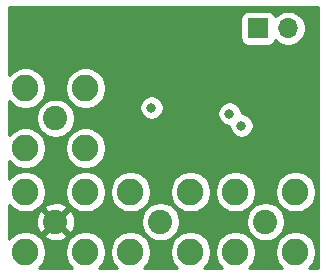
<source format=gbr>
%TF.GenerationSoftware,KiCad,Pcbnew,(5.1.6)-1*%
%TF.CreationDate,2020-09-06T17:04:42-07:00*%
%TF.ProjectId,frontendtest,66726f6e-7465-46e6-9474-6573742e6b69,rev?*%
%TF.SameCoordinates,Original*%
%TF.FileFunction,Copper,L4,Bot*%
%TF.FilePolarity,Positive*%
%FSLAX46Y46*%
G04 Gerber Fmt 4.6, Leading zero omitted, Abs format (unit mm)*
G04 Created by KiCad (PCBNEW (5.1.6)-1) date 2020-09-06 17:04:42*
%MOMM*%
%LPD*%
G01*
G04 APERTURE LIST*
%TA.AperFunction,ComponentPad*%
%ADD10C,2.250000*%
%TD*%
%TA.AperFunction,ComponentPad*%
%ADD11C,2.050000*%
%TD*%
%TA.AperFunction,ComponentPad*%
%ADD12O,1.700000X1.700000*%
%TD*%
%TA.AperFunction,ComponentPad*%
%ADD13R,1.700000X1.700000*%
%TD*%
%TA.AperFunction,ViaPad*%
%ADD14C,0.800000*%
%TD*%
%TA.AperFunction,Conductor*%
%ADD15C,0.254000*%
%TD*%
G04 APERTURE END LIST*
D10*
%TO.P,J5,2*%
%TO.N,GND*%
X82550000Y-130048000D03*
X82550000Y-124968000D03*
X87630000Y-124968000D03*
X87630000Y-130048000D03*
D11*
%TO.P,J5,1*%
%TO.N,Net-(1M1-Pad1)*%
X85090000Y-127508000D03*
%TD*%
D12*
%TO.P,J2,2*%
%TO.N,GND*%
X95885000Y-111125000D03*
D13*
%TO.P,J2,1*%
%TO.N,+10V*%
X93345000Y-111125000D03*
%TD*%
D10*
%TO.P,J4,2*%
%TO.N,GND*%
X91440000Y-130048000D03*
X91440000Y-124968000D03*
X96520000Y-124968000D03*
X96520000Y-130048000D03*
D11*
%TO.P,J4,1*%
%TO.N,Net-(100k1-Pad1)*%
X93980000Y-127508000D03*
%TD*%
D10*
%TO.P,J3,2*%
%TO.N,GND*%
X73660000Y-130048000D03*
X73660000Y-124968000D03*
X78740000Y-124968000D03*
X78740000Y-130048000D03*
D11*
%TO.P,J3,1*%
%TO.N,Net-(J3-Pad1)*%
X76200000Y-127508000D03*
%TD*%
D10*
%TO.P,J1,2*%
%TO.N,GND*%
X73660000Y-121285000D03*
X73660000Y-116205000D03*
X78740000Y-116205000D03*
X78740000Y-121285000D03*
D11*
%TO.P,J1,1*%
%TO.N,Net-(1M1-Pad2)*%
X76200000Y-118745000D03*
%TD*%
D14*
%TO.N,GND*%
X91948000Y-119380000D03*
%TO.N,+10V*%
X84328000Y-117856000D03*
X90932000Y-118364000D03*
%TD*%
D15*
%TO.N,Net-(J3-Pad1)*%
G36*
X98400001Y-131420000D02*
G01*
X97634573Y-131420000D01*
X97641935Y-131415081D01*
X97887081Y-131169935D01*
X98079692Y-130881673D01*
X98212364Y-130561373D01*
X98280000Y-130221345D01*
X98280000Y-129874655D01*
X98212364Y-129534627D01*
X98079692Y-129214327D01*
X97887081Y-128926065D01*
X97641935Y-128680919D01*
X97353673Y-128488308D01*
X97033373Y-128355636D01*
X96693345Y-128288000D01*
X96346655Y-128288000D01*
X96006627Y-128355636D01*
X95686327Y-128488308D01*
X95398065Y-128680919D01*
X95152919Y-128926065D01*
X94960308Y-129214327D01*
X94827636Y-129534627D01*
X94760000Y-129874655D01*
X94760000Y-130221345D01*
X94827636Y-130561373D01*
X94960308Y-130881673D01*
X95152919Y-131169935D01*
X95398065Y-131415081D01*
X95405427Y-131420000D01*
X92554573Y-131420000D01*
X92561935Y-131415081D01*
X92807081Y-131169935D01*
X92999692Y-130881673D01*
X93132364Y-130561373D01*
X93200000Y-130221345D01*
X93200000Y-129874655D01*
X93132364Y-129534627D01*
X92999692Y-129214327D01*
X92807081Y-128926065D01*
X92561935Y-128680919D01*
X92273673Y-128488308D01*
X91953373Y-128355636D01*
X91613345Y-128288000D01*
X91266655Y-128288000D01*
X90926627Y-128355636D01*
X90606327Y-128488308D01*
X90318065Y-128680919D01*
X90072919Y-128926065D01*
X89880308Y-129214327D01*
X89747636Y-129534627D01*
X89680000Y-129874655D01*
X89680000Y-130221345D01*
X89747636Y-130561373D01*
X89880308Y-130881673D01*
X90072919Y-131169935D01*
X90318065Y-131415081D01*
X90325427Y-131420000D01*
X88744573Y-131420000D01*
X88751935Y-131415081D01*
X88997081Y-131169935D01*
X89189692Y-130881673D01*
X89322364Y-130561373D01*
X89390000Y-130221345D01*
X89390000Y-129874655D01*
X89322364Y-129534627D01*
X89189692Y-129214327D01*
X88997081Y-128926065D01*
X88751935Y-128680919D01*
X88463673Y-128488308D01*
X88143373Y-128355636D01*
X87803345Y-128288000D01*
X87456655Y-128288000D01*
X87116627Y-128355636D01*
X86796327Y-128488308D01*
X86508065Y-128680919D01*
X86262919Y-128926065D01*
X86070308Y-129214327D01*
X85937636Y-129534627D01*
X85870000Y-129874655D01*
X85870000Y-130221345D01*
X85937636Y-130561373D01*
X86070308Y-130881673D01*
X86262919Y-131169935D01*
X86508065Y-131415081D01*
X86515427Y-131420000D01*
X83664573Y-131420000D01*
X83671935Y-131415081D01*
X83917081Y-131169935D01*
X84109692Y-130881673D01*
X84242364Y-130561373D01*
X84310000Y-130221345D01*
X84310000Y-129874655D01*
X84242364Y-129534627D01*
X84109692Y-129214327D01*
X83917081Y-128926065D01*
X83671935Y-128680919D01*
X83383673Y-128488308D01*
X83063373Y-128355636D01*
X82723345Y-128288000D01*
X82376655Y-128288000D01*
X82036627Y-128355636D01*
X81716327Y-128488308D01*
X81428065Y-128680919D01*
X81182919Y-128926065D01*
X80990308Y-129214327D01*
X80857636Y-129534627D01*
X80790000Y-129874655D01*
X80790000Y-130221345D01*
X80857636Y-130561373D01*
X80990308Y-130881673D01*
X81182919Y-131169935D01*
X81428065Y-131415081D01*
X81435427Y-131420000D01*
X79854573Y-131420000D01*
X79861935Y-131415081D01*
X80107081Y-131169935D01*
X80299692Y-130881673D01*
X80432364Y-130561373D01*
X80500000Y-130221345D01*
X80500000Y-129874655D01*
X80432364Y-129534627D01*
X80299692Y-129214327D01*
X80107081Y-128926065D01*
X79861935Y-128680919D01*
X79573673Y-128488308D01*
X79253373Y-128355636D01*
X78913345Y-128288000D01*
X78566655Y-128288000D01*
X78226627Y-128355636D01*
X77906327Y-128488308D01*
X77618065Y-128680919D01*
X77372919Y-128926065D01*
X77180308Y-129214327D01*
X77047636Y-129534627D01*
X76980000Y-129874655D01*
X76980000Y-130221345D01*
X77047636Y-130561373D01*
X77180308Y-130881673D01*
X77372919Y-131169935D01*
X77618065Y-131415081D01*
X77625427Y-131420000D01*
X74774573Y-131420000D01*
X74781935Y-131415081D01*
X75027081Y-131169935D01*
X75219692Y-130881673D01*
X75352364Y-130561373D01*
X75420000Y-130221345D01*
X75420000Y-129874655D01*
X75352364Y-129534627D01*
X75219692Y-129214327D01*
X75027081Y-128926065D01*
X74781935Y-128680919D01*
X74752485Y-128661241D01*
X75226364Y-128661241D01*
X75325147Y-128928198D01*
X75619024Y-129071584D01*
X75935227Y-129154884D01*
X76261606Y-129174894D01*
X76585617Y-129130846D01*
X76894809Y-129024434D01*
X77074853Y-128928198D01*
X77173636Y-128661241D01*
X76200000Y-127687605D01*
X75226364Y-128661241D01*
X74752485Y-128661241D01*
X74493673Y-128488308D01*
X74173373Y-128355636D01*
X73833345Y-128288000D01*
X73486655Y-128288000D01*
X73146627Y-128355636D01*
X72826327Y-128488308D01*
X72538065Y-128680919D01*
X72292919Y-128926065D01*
X72288000Y-128933427D01*
X72288000Y-127569606D01*
X74533106Y-127569606D01*
X74577154Y-127893617D01*
X74683566Y-128202809D01*
X74779802Y-128382853D01*
X75046759Y-128481636D01*
X76020395Y-127508000D01*
X76379605Y-127508000D01*
X77353241Y-128481636D01*
X77620198Y-128382853D01*
X77763584Y-128088976D01*
X77846884Y-127772773D01*
X77866894Y-127446394D01*
X77853043Y-127344504D01*
X83430000Y-127344504D01*
X83430000Y-127671496D01*
X83493793Y-127992204D01*
X83618927Y-128294305D01*
X83800594Y-128566188D01*
X84031812Y-128797406D01*
X84303695Y-128979073D01*
X84605796Y-129104207D01*
X84926504Y-129168000D01*
X85253496Y-129168000D01*
X85574204Y-129104207D01*
X85876305Y-128979073D01*
X86148188Y-128797406D01*
X86379406Y-128566188D01*
X86561073Y-128294305D01*
X86686207Y-127992204D01*
X86750000Y-127671496D01*
X86750000Y-127344504D01*
X92320000Y-127344504D01*
X92320000Y-127671496D01*
X92383793Y-127992204D01*
X92508927Y-128294305D01*
X92690594Y-128566188D01*
X92921812Y-128797406D01*
X93193695Y-128979073D01*
X93495796Y-129104207D01*
X93816504Y-129168000D01*
X94143496Y-129168000D01*
X94464204Y-129104207D01*
X94766305Y-128979073D01*
X95038188Y-128797406D01*
X95269406Y-128566188D01*
X95451073Y-128294305D01*
X95576207Y-127992204D01*
X95640000Y-127671496D01*
X95640000Y-127344504D01*
X95576207Y-127023796D01*
X95451073Y-126721695D01*
X95269406Y-126449812D01*
X95038188Y-126218594D01*
X94766305Y-126036927D01*
X94464204Y-125911793D01*
X94143496Y-125848000D01*
X93816504Y-125848000D01*
X93495796Y-125911793D01*
X93193695Y-126036927D01*
X92921812Y-126218594D01*
X92690594Y-126449812D01*
X92508927Y-126721695D01*
X92383793Y-127023796D01*
X92320000Y-127344504D01*
X86750000Y-127344504D01*
X86686207Y-127023796D01*
X86561073Y-126721695D01*
X86379406Y-126449812D01*
X86148188Y-126218594D01*
X85876305Y-126036927D01*
X85574204Y-125911793D01*
X85253496Y-125848000D01*
X84926504Y-125848000D01*
X84605796Y-125911793D01*
X84303695Y-126036927D01*
X84031812Y-126218594D01*
X83800594Y-126449812D01*
X83618927Y-126721695D01*
X83493793Y-127023796D01*
X83430000Y-127344504D01*
X77853043Y-127344504D01*
X77822846Y-127122383D01*
X77716434Y-126813191D01*
X77620198Y-126633147D01*
X77353241Y-126534364D01*
X76379605Y-127508000D01*
X76020395Y-127508000D01*
X75046759Y-126534364D01*
X74779802Y-126633147D01*
X74636416Y-126927024D01*
X74553116Y-127243227D01*
X74533106Y-127569606D01*
X72288000Y-127569606D01*
X72288000Y-126082573D01*
X72292919Y-126089935D01*
X72538065Y-126335081D01*
X72826327Y-126527692D01*
X73146627Y-126660364D01*
X73486655Y-126728000D01*
X73833345Y-126728000D01*
X74173373Y-126660364D01*
X74493673Y-126527692D01*
X74752484Y-126354759D01*
X75226364Y-126354759D01*
X76200000Y-127328395D01*
X77173636Y-126354759D01*
X77074853Y-126087802D01*
X76780976Y-125944416D01*
X76464773Y-125861116D01*
X76138394Y-125841106D01*
X75814383Y-125885154D01*
X75505191Y-125991566D01*
X75325147Y-126087802D01*
X75226364Y-126354759D01*
X74752484Y-126354759D01*
X74781935Y-126335081D01*
X75027081Y-126089935D01*
X75219692Y-125801673D01*
X75352364Y-125481373D01*
X75420000Y-125141345D01*
X75420000Y-124794655D01*
X76980000Y-124794655D01*
X76980000Y-125141345D01*
X77047636Y-125481373D01*
X77180308Y-125801673D01*
X77372919Y-126089935D01*
X77618065Y-126335081D01*
X77906327Y-126527692D01*
X78226627Y-126660364D01*
X78566655Y-126728000D01*
X78913345Y-126728000D01*
X79253373Y-126660364D01*
X79573673Y-126527692D01*
X79861935Y-126335081D01*
X80107081Y-126089935D01*
X80299692Y-125801673D01*
X80432364Y-125481373D01*
X80500000Y-125141345D01*
X80500000Y-124794655D01*
X80790000Y-124794655D01*
X80790000Y-125141345D01*
X80857636Y-125481373D01*
X80990308Y-125801673D01*
X81182919Y-126089935D01*
X81428065Y-126335081D01*
X81716327Y-126527692D01*
X82036627Y-126660364D01*
X82376655Y-126728000D01*
X82723345Y-126728000D01*
X83063373Y-126660364D01*
X83383673Y-126527692D01*
X83671935Y-126335081D01*
X83917081Y-126089935D01*
X84109692Y-125801673D01*
X84242364Y-125481373D01*
X84310000Y-125141345D01*
X84310000Y-124794655D01*
X85870000Y-124794655D01*
X85870000Y-125141345D01*
X85937636Y-125481373D01*
X86070308Y-125801673D01*
X86262919Y-126089935D01*
X86508065Y-126335081D01*
X86796327Y-126527692D01*
X87116627Y-126660364D01*
X87456655Y-126728000D01*
X87803345Y-126728000D01*
X88143373Y-126660364D01*
X88463673Y-126527692D01*
X88751935Y-126335081D01*
X88997081Y-126089935D01*
X89189692Y-125801673D01*
X89322364Y-125481373D01*
X89390000Y-125141345D01*
X89390000Y-124794655D01*
X89680000Y-124794655D01*
X89680000Y-125141345D01*
X89747636Y-125481373D01*
X89880308Y-125801673D01*
X90072919Y-126089935D01*
X90318065Y-126335081D01*
X90606327Y-126527692D01*
X90926627Y-126660364D01*
X91266655Y-126728000D01*
X91613345Y-126728000D01*
X91953373Y-126660364D01*
X92273673Y-126527692D01*
X92561935Y-126335081D01*
X92807081Y-126089935D01*
X92999692Y-125801673D01*
X93132364Y-125481373D01*
X93200000Y-125141345D01*
X93200000Y-124794655D01*
X94760000Y-124794655D01*
X94760000Y-125141345D01*
X94827636Y-125481373D01*
X94960308Y-125801673D01*
X95152919Y-126089935D01*
X95398065Y-126335081D01*
X95686327Y-126527692D01*
X96006627Y-126660364D01*
X96346655Y-126728000D01*
X96693345Y-126728000D01*
X97033373Y-126660364D01*
X97353673Y-126527692D01*
X97641935Y-126335081D01*
X97887081Y-126089935D01*
X98079692Y-125801673D01*
X98212364Y-125481373D01*
X98280000Y-125141345D01*
X98280000Y-124794655D01*
X98212364Y-124454627D01*
X98079692Y-124134327D01*
X97887081Y-123846065D01*
X97641935Y-123600919D01*
X97353673Y-123408308D01*
X97033373Y-123275636D01*
X96693345Y-123208000D01*
X96346655Y-123208000D01*
X96006627Y-123275636D01*
X95686327Y-123408308D01*
X95398065Y-123600919D01*
X95152919Y-123846065D01*
X94960308Y-124134327D01*
X94827636Y-124454627D01*
X94760000Y-124794655D01*
X93200000Y-124794655D01*
X93132364Y-124454627D01*
X92999692Y-124134327D01*
X92807081Y-123846065D01*
X92561935Y-123600919D01*
X92273673Y-123408308D01*
X91953373Y-123275636D01*
X91613345Y-123208000D01*
X91266655Y-123208000D01*
X90926627Y-123275636D01*
X90606327Y-123408308D01*
X90318065Y-123600919D01*
X90072919Y-123846065D01*
X89880308Y-124134327D01*
X89747636Y-124454627D01*
X89680000Y-124794655D01*
X89390000Y-124794655D01*
X89322364Y-124454627D01*
X89189692Y-124134327D01*
X88997081Y-123846065D01*
X88751935Y-123600919D01*
X88463673Y-123408308D01*
X88143373Y-123275636D01*
X87803345Y-123208000D01*
X87456655Y-123208000D01*
X87116627Y-123275636D01*
X86796327Y-123408308D01*
X86508065Y-123600919D01*
X86262919Y-123846065D01*
X86070308Y-124134327D01*
X85937636Y-124454627D01*
X85870000Y-124794655D01*
X84310000Y-124794655D01*
X84242364Y-124454627D01*
X84109692Y-124134327D01*
X83917081Y-123846065D01*
X83671935Y-123600919D01*
X83383673Y-123408308D01*
X83063373Y-123275636D01*
X82723345Y-123208000D01*
X82376655Y-123208000D01*
X82036627Y-123275636D01*
X81716327Y-123408308D01*
X81428065Y-123600919D01*
X81182919Y-123846065D01*
X80990308Y-124134327D01*
X80857636Y-124454627D01*
X80790000Y-124794655D01*
X80500000Y-124794655D01*
X80432364Y-124454627D01*
X80299692Y-124134327D01*
X80107081Y-123846065D01*
X79861935Y-123600919D01*
X79573673Y-123408308D01*
X79253373Y-123275636D01*
X78913345Y-123208000D01*
X78566655Y-123208000D01*
X78226627Y-123275636D01*
X77906327Y-123408308D01*
X77618065Y-123600919D01*
X77372919Y-123846065D01*
X77180308Y-124134327D01*
X77047636Y-124454627D01*
X76980000Y-124794655D01*
X75420000Y-124794655D01*
X75352364Y-124454627D01*
X75219692Y-124134327D01*
X75027081Y-123846065D01*
X74781935Y-123600919D01*
X74493673Y-123408308D01*
X74173373Y-123275636D01*
X73833345Y-123208000D01*
X73486655Y-123208000D01*
X73146627Y-123275636D01*
X72826327Y-123408308D01*
X72538065Y-123600919D01*
X72292919Y-123846065D01*
X72288000Y-123853427D01*
X72288000Y-122399573D01*
X72292919Y-122406935D01*
X72538065Y-122652081D01*
X72826327Y-122844692D01*
X73146627Y-122977364D01*
X73486655Y-123045000D01*
X73833345Y-123045000D01*
X74173373Y-122977364D01*
X74493673Y-122844692D01*
X74781935Y-122652081D01*
X75027081Y-122406935D01*
X75219692Y-122118673D01*
X75352364Y-121798373D01*
X75420000Y-121458345D01*
X75420000Y-121111655D01*
X76980000Y-121111655D01*
X76980000Y-121458345D01*
X77047636Y-121798373D01*
X77180308Y-122118673D01*
X77372919Y-122406935D01*
X77618065Y-122652081D01*
X77906327Y-122844692D01*
X78226627Y-122977364D01*
X78566655Y-123045000D01*
X78913345Y-123045000D01*
X79253373Y-122977364D01*
X79573673Y-122844692D01*
X79861935Y-122652081D01*
X80107081Y-122406935D01*
X80299692Y-122118673D01*
X80432364Y-121798373D01*
X80500000Y-121458345D01*
X80500000Y-121111655D01*
X80432364Y-120771627D01*
X80299692Y-120451327D01*
X80107081Y-120163065D01*
X79861935Y-119917919D01*
X79573673Y-119725308D01*
X79253373Y-119592636D01*
X78913345Y-119525000D01*
X78566655Y-119525000D01*
X78226627Y-119592636D01*
X77906327Y-119725308D01*
X77618065Y-119917919D01*
X77372919Y-120163065D01*
X77180308Y-120451327D01*
X77047636Y-120771627D01*
X76980000Y-121111655D01*
X75420000Y-121111655D01*
X75352364Y-120771627D01*
X75219692Y-120451327D01*
X75027081Y-120163065D01*
X74781935Y-119917919D01*
X74493673Y-119725308D01*
X74173373Y-119592636D01*
X73833345Y-119525000D01*
X73486655Y-119525000D01*
X73146627Y-119592636D01*
X72826327Y-119725308D01*
X72538065Y-119917919D01*
X72292919Y-120163065D01*
X72288000Y-120170427D01*
X72288000Y-118581504D01*
X74540000Y-118581504D01*
X74540000Y-118908496D01*
X74603793Y-119229204D01*
X74728927Y-119531305D01*
X74910594Y-119803188D01*
X75141812Y-120034406D01*
X75413695Y-120216073D01*
X75715796Y-120341207D01*
X76036504Y-120405000D01*
X76363496Y-120405000D01*
X76684204Y-120341207D01*
X76986305Y-120216073D01*
X77258188Y-120034406D01*
X77489406Y-119803188D01*
X77671073Y-119531305D01*
X77796207Y-119229204D01*
X77860000Y-118908496D01*
X77860000Y-118581504D01*
X77796207Y-118260796D01*
X77671073Y-117958695D01*
X77489406Y-117686812D01*
X77258188Y-117455594D01*
X76986305Y-117273927D01*
X76684204Y-117148793D01*
X76363496Y-117085000D01*
X76036504Y-117085000D01*
X75715796Y-117148793D01*
X75413695Y-117273927D01*
X75141812Y-117455594D01*
X74910594Y-117686812D01*
X74728927Y-117958695D01*
X74603793Y-118260796D01*
X74540000Y-118581504D01*
X72288000Y-118581504D01*
X72288000Y-117319573D01*
X72292919Y-117326935D01*
X72538065Y-117572081D01*
X72826327Y-117764692D01*
X73146627Y-117897364D01*
X73486655Y-117965000D01*
X73833345Y-117965000D01*
X74173373Y-117897364D01*
X74493673Y-117764692D01*
X74781935Y-117572081D01*
X75027081Y-117326935D01*
X75219692Y-117038673D01*
X75352364Y-116718373D01*
X75420000Y-116378345D01*
X75420000Y-116031655D01*
X76980000Y-116031655D01*
X76980000Y-116378345D01*
X77047636Y-116718373D01*
X77180308Y-117038673D01*
X77372919Y-117326935D01*
X77618065Y-117572081D01*
X77906327Y-117764692D01*
X78226627Y-117897364D01*
X78566655Y-117965000D01*
X78913345Y-117965000D01*
X79253373Y-117897364D01*
X79573673Y-117764692D01*
X79589583Y-117754061D01*
X83293000Y-117754061D01*
X83293000Y-117957939D01*
X83332774Y-118157898D01*
X83410795Y-118346256D01*
X83524063Y-118515774D01*
X83668226Y-118659937D01*
X83837744Y-118773205D01*
X84026102Y-118851226D01*
X84226061Y-118891000D01*
X84429939Y-118891000D01*
X84629898Y-118851226D01*
X84818256Y-118773205D01*
X84987774Y-118659937D01*
X85131937Y-118515774D01*
X85245205Y-118346256D01*
X85280079Y-118262061D01*
X89897000Y-118262061D01*
X89897000Y-118465939D01*
X89936774Y-118665898D01*
X90014795Y-118854256D01*
X90128063Y-119023774D01*
X90272226Y-119167937D01*
X90441744Y-119281205D01*
X90630102Y-119359226D01*
X90830061Y-119399000D01*
X90913000Y-119399000D01*
X90913000Y-119481939D01*
X90952774Y-119681898D01*
X91030795Y-119870256D01*
X91144063Y-120039774D01*
X91288226Y-120183937D01*
X91457744Y-120297205D01*
X91646102Y-120375226D01*
X91846061Y-120415000D01*
X92049939Y-120415000D01*
X92249898Y-120375226D01*
X92438256Y-120297205D01*
X92607774Y-120183937D01*
X92751937Y-120039774D01*
X92865205Y-119870256D01*
X92943226Y-119681898D01*
X92983000Y-119481939D01*
X92983000Y-119278061D01*
X92943226Y-119078102D01*
X92865205Y-118889744D01*
X92751937Y-118720226D01*
X92607774Y-118576063D01*
X92438256Y-118462795D01*
X92249898Y-118384774D01*
X92049939Y-118345000D01*
X91967000Y-118345000D01*
X91967000Y-118262061D01*
X91927226Y-118062102D01*
X91849205Y-117873744D01*
X91735937Y-117704226D01*
X91591774Y-117560063D01*
X91422256Y-117446795D01*
X91233898Y-117368774D01*
X91033939Y-117329000D01*
X90830061Y-117329000D01*
X90630102Y-117368774D01*
X90441744Y-117446795D01*
X90272226Y-117560063D01*
X90128063Y-117704226D01*
X90014795Y-117873744D01*
X89936774Y-118062102D01*
X89897000Y-118262061D01*
X85280079Y-118262061D01*
X85323226Y-118157898D01*
X85363000Y-117957939D01*
X85363000Y-117754061D01*
X85323226Y-117554102D01*
X85245205Y-117365744D01*
X85131937Y-117196226D01*
X84987774Y-117052063D01*
X84818256Y-116938795D01*
X84629898Y-116860774D01*
X84429939Y-116821000D01*
X84226061Y-116821000D01*
X84026102Y-116860774D01*
X83837744Y-116938795D01*
X83668226Y-117052063D01*
X83524063Y-117196226D01*
X83410795Y-117365744D01*
X83332774Y-117554102D01*
X83293000Y-117754061D01*
X79589583Y-117754061D01*
X79861935Y-117572081D01*
X80107081Y-117326935D01*
X80299692Y-117038673D01*
X80432364Y-116718373D01*
X80500000Y-116378345D01*
X80500000Y-116031655D01*
X80432364Y-115691627D01*
X80299692Y-115371327D01*
X80107081Y-115083065D01*
X79861935Y-114837919D01*
X79573673Y-114645308D01*
X79253373Y-114512636D01*
X78913345Y-114445000D01*
X78566655Y-114445000D01*
X78226627Y-114512636D01*
X77906327Y-114645308D01*
X77618065Y-114837919D01*
X77372919Y-115083065D01*
X77180308Y-115371327D01*
X77047636Y-115691627D01*
X76980000Y-116031655D01*
X75420000Y-116031655D01*
X75352364Y-115691627D01*
X75219692Y-115371327D01*
X75027081Y-115083065D01*
X74781935Y-114837919D01*
X74493673Y-114645308D01*
X74173373Y-114512636D01*
X73833345Y-114445000D01*
X73486655Y-114445000D01*
X73146627Y-114512636D01*
X72826327Y-114645308D01*
X72538065Y-114837919D01*
X72292919Y-115083065D01*
X72288000Y-115090427D01*
X72288000Y-110275000D01*
X91856928Y-110275000D01*
X91856928Y-111975000D01*
X91869188Y-112099482D01*
X91905498Y-112219180D01*
X91964463Y-112329494D01*
X92043815Y-112426185D01*
X92140506Y-112505537D01*
X92250820Y-112564502D01*
X92370518Y-112600812D01*
X92495000Y-112613072D01*
X94195000Y-112613072D01*
X94319482Y-112600812D01*
X94439180Y-112564502D01*
X94549494Y-112505537D01*
X94646185Y-112426185D01*
X94725537Y-112329494D01*
X94784502Y-112219180D01*
X94806513Y-112146620D01*
X94938368Y-112278475D01*
X95181589Y-112440990D01*
X95451842Y-112552932D01*
X95738740Y-112610000D01*
X96031260Y-112610000D01*
X96318158Y-112552932D01*
X96588411Y-112440990D01*
X96831632Y-112278475D01*
X97038475Y-112071632D01*
X97200990Y-111828411D01*
X97312932Y-111558158D01*
X97370000Y-111271260D01*
X97370000Y-110978740D01*
X97312932Y-110691842D01*
X97200990Y-110421589D01*
X97038475Y-110178368D01*
X96831632Y-109971525D01*
X96588411Y-109809010D01*
X96318158Y-109697068D01*
X96031260Y-109640000D01*
X95738740Y-109640000D01*
X95451842Y-109697068D01*
X95181589Y-109809010D01*
X94938368Y-109971525D01*
X94806513Y-110103380D01*
X94784502Y-110030820D01*
X94725537Y-109920506D01*
X94646185Y-109823815D01*
X94549494Y-109744463D01*
X94439180Y-109685498D01*
X94319482Y-109649188D01*
X94195000Y-109636928D01*
X92495000Y-109636928D01*
X92370518Y-109649188D01*
X92250820Y-109685498D01*
X92140506Y-109744463D01*
X92043815Y-109823815D01*
X91964463Y-109920506D01*
X91905498Y-110030820D01*
X91869188Y-110150518D01*
X91856928Y-110275000D01*
X72288000Y-110275000D01*
X72288000Y-109372000D01*
X98400000Y-109372000D01*
X98400001Y-131420000D01*
G37*
X98400001Y-131420000D02*
X97634573Y-131420000D01*
X97641935Y-131415081D01*
X97887081Y-131169935D01*
X98079692Y-130881673D01*
X98212364Y-130561373D01*
X98280000Y-130221345D01*
X98280000Y-129874655D01*
X98212364Y-129534627D01*
X98079692Y-129214327D01*
X97887081Y-128926065D01*
X97641935Y-128680919D01*
X97353673Y-128488308D01*
X97033373Y-128355636D01*
X96693345Y-128288000D01*
X96346655Y-128288000D01*
X96006627Y-128355636D01*
X95686327Y-128488308D01*
X95398065Y-128680919D01*
X95152919Y-128926065D01*
X94960308Y-129214327D01*
X94827636Y-129534627D01*
X94760000Y-129874655D01*
X94760000Y-130221345D01*
X94827636Y-130561373D01*
X94960308Y-130881673D01*
X95152919Y-131169935D01*
X95398065Y-131415081D01*
X95405427Y-131420000D01*
X92554573Y-131420000D01*
X92561935Y-131415081D01*
X92807081Y-131169935D01*
X92999692Y-130881673D01*
X93132364Y-130561373D01*
X93200000Y-130221345D01*
X93200000Y-129874655D01*
X93132364Y-129534627D01*
X92999692Y-129214327D01*
X92807081Y-128926065D01*
X92561935Y-128680919D01*
X92273673Y-128488308D01*
X91953373Y-128355636D01*
X91613345Y-128288000D01*
X91266655Y-128288000D01*
X90926627Y-128355636D01*
X90606327Y-128488308D01*
X90318065Y-128680919D01*
X90072919Y-128926065D01*
X89880308Y-129214327D01*
X89747636Y-129534627D01*
X89680000Y-129874655D01*
X89680000Y-130221345D01*
X89747636Y-130561373D01*
X89880308Y-130881673D01*
X90072919Y-131169935D01*
X90318065Y-131415081D01*
X90325427Y-131420000D01*
X88744573Y-131420000D01*
X88751935Y-131415081D01*
X88997081Y-131169935D01*
X89189692Y-130881673D01*
X89322364Y-130561373D01*
X89390000Y-130221345D01*
X89390000Y-129874655D01*
X89322364Y-129534627D01*
X89189692Y-129214327D01*
X88997081Y-128926065D01*
X88751935Y-128680919D01*
X88463673Y-128488308D01*
X88143373Y-128355636D01*
X87803345Y-128288000D01*
X87456655Y-128288000D01*
X87116627Y-128355636D01*
X86796327Y-128488308D01*
X86508065Y-128680919D01*
X86262919Y-128926065D01*
X86070308Y-129214327D01*
X85937636Y-129534627D01*
X85870000Y-129874655D01*
X85870000Y-130221345D01*
X85937636Y-130561373D01*
X86070308Y-130881673D01*
X86262919Y-131169935D01*
X86508065Y-131415081D01*
X86515427Y-131420000D01*
X83664573Y-131420000D01*
X83671935Y-131415081D01*
X83917081Y-131169935D01*
X84109692Y-130881673D01*
X84242364Y-130561373D01*
X84310000Y-130221345D01*
X84310000Y-129874655D01*
X84242364Y-129534627D01*
X84109692Y-129214327D01*
X83917081Y-128926065D01*
X83671935Y-128680919D01*
X83383673Y-128488308D01*
X83063373Y-128355636D01*
X82723345Y-128288000D01*
X82376655Y-128288000D01*
X82036627Y-128355636D01*
X81716327Y-128488308D01*
X81428065Y-128680919D01*
X81182919Y-128926065D01*
X80990308Y-129214327D01*
X80857636Y-129534627D01*
X80790000Y-129874655D01*
X80790000Y-130221345D01*
X80857636Y-130561373D01*
X80990308Y-130881673D01*
X81182919Y-131169935D01*
X81428065Y-131415081D01*
X81435427Y-131420000D01*
X79854573Y-131420000D01*
X79861935Y-131415081D01*
X80107081Y-131169935D01*
X80299692Y-130881673D01*
X80432364Y-130561373D01*
X80500000Y-130221345D01*
X80500000Y-129874655D01*
X80432364Y-129534627D01*
X80299692Y-129214327D01*
X80107081Y-128926065D01*
X79861935Y-128680919D01*
X79573673Y-128488308D01*
X79253373Y-128355636D01*
X78913345Y-128288000D01*
X78566655Y-128288000D01*
X78226627Y-128355636D01*
X77906327Y-128488308D01*
X77618065Y-128680919D01*
X77372919Y-128926065D01*
X77180308Y-129214327D01*
X77047636Y-129534627D01*
X76980000Y-129874655D01*
X76980000Y-130221345D01*
X77047636Y-130561373D01*
X77180308Y-130881673D01*
X77372919Y-131169935D01*
X77618065Y-131415081D01*
X77625427Y-131420000D01*
X74774573Y-131420000D01*
X74781935Y-131415081D01*
X75027081Y-131169935D01*
X75219692Y-130881673D01*
X75352364Y-130561373D01*
X75420000Y-130221345D01*
X75420000Y-129874655D01*
X75352364Y-129534627D01*
X75219692Y-129214327D01*
X75027081Y-128926065D01*
X74781935Y-128680919D01*
X74752485Y-128661241D01*
X75226364Y-128661241D01*
X75325147Y-128928198D01*
X75619024Y-129071584D01*
X75935227Y-129154884D01*
X76261606Y-129174894D01*
X76585617Y-129130846D01*
X76894809Y-129024434D01*
X77074853Y-128928198D01*
X77173636Y-128661241D01*
X76200000Y-127687605D01*
X75226364Y-128661241D01*
X74752485Y-128661241D01*
X74493673Y-128488308D01*
X74173373Y-128355636D01*
X73833345Y-128288000D01*
X73486655Y-128288000D01*
X73146627Y-128355636D01*
X72826327Y-128488308D01*
X72538065Y-128680919D01*
X72292919Y-128926065D01*
X72288000Y-128933427D01*
X72288000Y-127569606D01*
X74533106Y-127569606D01*
X74577154Y-127893617D01*
X74683566Y-128202809D01*
X74779802Y-128382853D01*
X75046759Y-128481636D01*
X76020395Y-127508000D01*
X76379605Y-127508000D01*
X77353241Y-128481636D01*
X77620198Y-128382853D01*
X77763584Y-128088976D01*
X77846884Y-127772773D01*
X77866894Y-127446394D01*
X77853043Y-127344504D01*
X83430000Y-127344504D01*
X83430000Y-127671496D01*
X83493793Y-127992204D01*
X83618927Y-128294305D01*
X83800594Y-128566188D01*
X84031812Y-128797406D01*
X84303695Y-128979073D01*
X84605796Y-129104207D01*
X84926504Y-129168000D01*
X85253496Y-129168000D01*
X85574204Y-129104207D01*
X85876305Y-128979073D01*
X86148188Y-128797406D01*
X86379406Y-128566188D01*
X86561073Y-128294305D01*
X86686207Y-127992204D01*
X86750000Y-127671496D01*
X86750000Y-127344504D01*
X92320000Y-127344504D01*
X92320000Y-127671496D01*
X92383793Y-127992204D01*
X92508927Y-128294305D01*
X92690594Y-128566188D01*
X92921812Y-128797406D01*
X93193695Y-128979073D01*
X93495796Y-129104207D01*
X93816504Y-129168000D01*
X94143496Y-129168000D01*
X94464204Y-129104207D01*
X94766305Y-128979073D01*
X95038188Y-128797406D01*
X95269406Y-128566188D01*
X95451073Y-128294305D01*
X95576207Y-127992204D01*
X95640000Y-127671496D01*
X95640000Y-127344504D01*
X95576207Y-127023796D01*
X95451073Y-126721695D01*
X95269406Y-126449812D01*
X95038188Y-126218594D01*
X94766305Y-126036927D01*
X94464204Y-125911793D01*
X94143496Y-125848000D01*
X93816504Y-125848000D01*
X93495796Y-125911793D01*
X93193695Y-126036927D01*
X92921812Y-126218594D01*
X92690594Y-126449812D01*
X92508927Y-126721695D01*
X92383793Y-127023796D01*
X92320000Y-127344504D01*
X86750000Y-127344504D01*
X86686207Y-127023796D01*
X86561073Y-126721695D01*
X86379406Y-126449812D01*
X86148188Y-126218594D01*
X85876305Y-126036927D01*
X85574204Y-125911793D01*
X85253496Y-125848000D01*
X84926504Y-125848000D01*
X84605796Y-125911793D01*
X84303695Y-126036927D01*
X84031812Y-126218594D01*
X83800594Y-126449812D01*
X83618927Y-126721695D01*
X83493793Y-127023796D01*
X83430000Y-127344504D01*
X77853043Y-127344504D01*
X77822846Y-127122383D01*
X77716434Y-126813191D01*
X77620198Y-126633147D01*
X77353241Y-126534364D01*
X76379605Y-127508000D01*
X76020395Y-127508000D01*
X75046759Y-126534364D01*
X74779802Y-126633147D01*
X74636416Y-126927024D01*
X74553116Y-127243227D01*
X74533106Y-127569606D01*
X72288000Y-127569606D01*
X72288000Y-126082573D01*
X72292919Y-126089935D01*
X72538065Y-126335081D01*
X72826327Y-126527692D01*
X73146627Y-126660364D01*
X73486655Y-126728000D01*
X73833345Y-126728000D01*
X74173373Y-126660364D01*
X74493673Y-126527692D01*
X74752484Y-126354759D01*
X75226364Y-126354759D01*
X76200000Y-127328395D01*
X77173636Y-126354759D01*
X77074853Y-126087802D01*
X76780976Y-125944416D01*
X76464773Y-125861116D01*
X76138394Y-125841106D01*
X75814383Y-125885154D01*
X75505191Y-125991566D01*
X75325147Y-126087802D01*
X75226364Y-126354759D01*
X74752484Y-126354759D01*
X74781935Y-126335081D01*
X75027081Y-126089935D01*
X75219692Y-125801673D01*
X75352364Y-125481373D01*
X75420000Y-125141345D01*
X75420000Y-124794655D01*
X76980000Y-124794655D01*
X76980000Y-125141345D01*
X77047636Y-125481373D01*
X77180308Y-125801673D01*
X77372919Y-126089935D01*
X77618065Y-126335081D01*
X77906327Y-126527692D01*
X78226627Y-126660364D01*
X78566655Y-126728000D01*
X78913345Y-126728000D01*
X79253373Y-126660364D01*
X79573673Y-126527692D01*
X79861935Y-126335081D01*
X80107081Y-126089935D01*
X80299692Y-125801673D01*
X80432364Y-125481373D01*
X80500000Y-125141345D01*
X80500000Y-124794655D01*
X80790000Y-124794655D01*
X80790000Y-125141345D01*
X80857636Y-125481373D01*
X80990308Y-125801673D01*
X81182919Y-126089935D01*
X81428065Y-126335081D01*
X81716327Y-126527692D01*
X82036627Y-126660364D01*
X82376655Y-126728000D01*
X82723345Y-126728000D01*
X83063373Y-126660364D01*
X83383673Y-126527692D01*
X83671935Y-126335081D01*
X83917081Y-126089935D01*
X84109692Y-125801673D01*
X84242364Y-125481373D01*
X84310000Y-125141345D01*
X84310000Y-124794655D01*
X85870000Y-124794655D01*
X85870000Y-125141345D01*
X85937636Y-125481373D01*
X86070308Y-125801673D01*
X86262919Y-126089935D01*
X86508065Y-126335081D01*
X86796327Y-126527692D01*
X87116627Y-126660364D01*
X87456655Y-126728000D01*
X87803345Y-126728000D01*
X88143373Y-126660364D01*
X88463673Y-126527692D01*
X88751935Y-126335081D01*
X88997081Y-126089935D01*
X89189692Y-125801673D01*
X89322364Y-125481373D01*
X89390000Y-125141345D01*
X89390000Y-124794655D01*
X89680000Y-124794655D01*
X89680000Y-125141345D01*
X89747636Y-125481373D01*
X89880308Y-125801673D01*
X90072919Y-126089935D01*
X90318065Y-126335081D01*
X90606327Y-126527692D01*
X90926627Y-126660364D01*
X91266655Y-126728000D01*
X91613345Y-126728000D01*
X91953373Y-126660364D01*
X92273673Y-126527692D01*
X92561935Y-126335081D01*
X92807081Y-126089935D01*
X92999692Y-125801673D01*
X93132364Y-125481373D01*
X93200000Y-125141345D01*
X93200000Y-124794655D01*
X94760000Y-124794655D01*
X94760000Y-125141345D01*
X94827636Y-125481373D01*
X94960308Y-125801673D01*
X95152919Y-126089935D01*
X95398065Y-126335081D01*
X95686327Y-126527692D01*
X96006627Y-126660364D01*
X96346655Y-126728000D01*
X96693345Y-126728000D01*
X97033373Y-126660364D01*
X97353673Y-126527692D01*
X97641935Y-126335081D01*
X97887081Y-126089935D01*
X98079692Y-125801673D01*
X98212364Y-125481373D01*
X98280000Y-125141345D01*
X98280000Y-124794655D01*
X98212364Y-124454627D01*
X98079692Y-124134327D01*
X97887081Y-123846065D01*
X97641935Y-123600919D01*
X97353673Y-123408308D01*
X97033373Y-123275636D01*
X96693345Y-123208000D01*
X96346655Y-123208000D01*
X96006627Y-123275636D01*
X95686327Y-123408308D01*
X95398065Y-123600919D01*
X95152919Y-123846065D01*
X94960308Y-124134327D01*
X94827636Y-124454627D01*
X94760000Y-124794655D01*
X93200000Y-124794655D01*
X93132364Y-124454627D01*
X92999692Y-124134327D01*
X92807081Y-123846065D01*
X92561935Y-123600919D01*
X92273673Y-123408308D01*
X91953373Y-123275636D01*
X91613345Y-123208000D01*
X91266655Y-123208000D01*
X90926627Y-123275636D01*
X90606327Y-123408308D01*
X90318065Y-123600919D01*
X90072919Y-123846065D01*
X89880308Y-124134327D01*
X89747636Y-124454627D01*
X89680000Y-124794655D01*
X89390000Y-124794655D01*
X89322364Y-124454627D01*
X89189692Y-124134327D01*
X88997081Y-123846065D01*
X88751935Y-123600919D01*
X88463673Y-123408308D01*
X88143373Y-123275636D01*
X87803345Y-123208000D01*
X87456655Y-123208000D01*
X87116627Y-123275636D01*
X86796327Y-123408308D01*
X86508065Y-123600919D01*
X86262919Y-123846065D01*
X86070308Y-124134327D01*
X85937636Y-124454627D01*
X85870000Y-124794655D01*
X84310000Y-124794655D01*
X84242364Y-124454627D01*
X84109692Y-124134327D01*
X83917081Y-123846065D01*
X83671935Y-123600919D01*
X83383673Y-123408308D01*
X83063373Y-123275636D01*
X82723345Y-123208000D01*
X82376655Y-123208000D01*
X82036627Y-123275636D01*
X81716327Y-123408308D01*
X81428065Y-123600919D01*
X81182919Y-123846065D01*
X80990308Y-124134327D01*
X80857636Y-124454627D01*
X80790000Y-124794655D01*
X80500000Y-124794655D01*
X80432364Y-124454627D01*
X80299692Y-124134327D01*
X80107081Y-123846065D01*
X79861935Y-123600919D01*
X79573673Y-123408308D01*
X79253373Y-123275636D01*
X78913345Y-123208000D01*
X78566655Y-123208000D01*
X78226627Y-123275636D01*
X77906327Y-123408308D01*
X77618065Y-123600919D01*
X77372919Y-123846065D01*
X77180308Y-124134327D01*
X77047636Y-124454627D01*
X76980000Y-124794655D01*
X75420000Y-124794655D01*
X75352364Y-124454627D01*
X75219692Y-124134327D01*
X75027081Y-123846065D01*
X74781935Y-123600919D01*
X74493673Y-123408308D01*
X74173373Y-123275636D01*
X73833345Y-123208000D01*
X73486655Y-123208000D01*
X73146627Y-123275636D01*
X72826327Y-123408308D01*
X72538065Y-123600919D01*
X72292919Y-123846065D01*
X72288000Y-123853427D01*
X72288000Y-122399573D01*
X72292919Y-122406935D01*
X72538065Y-122652081D01*
X72826327Y-122844692D01*
X73146627Y-122977364D01*
X73486655Y-123045000D01*
X73833345Y-123045000D01*
X74173373Y-122977364D01*
X74493673Y-122844692D01*
X74781935Y-122652081D01*
X75027081Y-122406935D01*
X75219692Y-122118673D01*
X75352364Y-121798373D01*
X75420000Y-121458345D01*
X75420000Y-121111655D01*
X76980000Y-121111655D01*
X76980000Y-121458345D01*
X77047636Y-121798373D01*
X77180308Y-122118673D01*
X77372919Y-122406935D01*
X77618065Y-122652081D01*
X77906327Y-122844692D01*
X78226627Y-122977364D01*
X78566655Y-123045000D01*
X78913345Y-123045000D01*
X79253373Y-122977364D01*
X79573673Y-122844692D01*
X79861935Y-122652081D01*
X80107081Y-122406935D01*
X80299692Y-122118673D01*
X80432364Y-121798373D01*
X80500000Y-121458345D01*
X80500000Y-121111655D01*
X80432364Y-120771627D01*
X80299692Y-120451327D01*
X80107081Y-120163065D01*
X79861935Y-119917919D01*
X79573673Y-119725308D01*
X79253373Y-119592636D01*
X78913345Y-119525000D01*
X78566655Y-119525000D01*
X78226627Y-119592636D01*
X77906327Y-119725308D01*
X77618065Y-119917919D01*
X77372919Y-120163065D01*
X77180308Y-120451327D01*
X77047636Y-120771627D01*
X76980000Y-121111655D01*
X75420000Y-121111655D01*
X75352364Y-120771627D01*
X75219692Y-120451327D01*
X75027081Y-120163065D01*
X74781935Y-119917919D01*
X74493673Y-119725308D01*
X74173373Y-119592636D01*
X73833345Y-119525000D01*
X73486655Y-119525000D01*
X73146627Y-119592636D01*
X72826327Y-119725308D01*
X72538065Y-119917919D01*
X72292919Y-120163065D01*
X72288000Y-120170427D01*
X72288000Y-118581504D01*
X74540000Y-118581504D01*
X74540000Y-118908496D01*
X74603793Y-119229204D01*
X74728927Y-119531305D01*
X74910594Y-119803188D01*
X75141812Y-120034406D01*
X75413695Y-120216073D01*
X75715796Y-120341207D01*
X76036504Y-120405000D01*
X76363496Y-120405000D01*
X76684204Y-120341207D01*
X76986305Y-120216073D01*
X77258188Y-120034406D01*
X77489406Y-119803188D01*
X77671073Y-119531305D01*
X77796207Y-119229204D01*
X77860000Y-118908496D01*
X77860000Y-118581504D01*
X77796207Y-118260796D01*
X77671073Y-117958695D01*
X77489406Y-117686812D01*
X77258188Y-117455594D01*
X76986305Y-117273927D01*
X76684204Y-117148793D01*
X76363496Y-117085000D01*
X76036504Y-117085000D01*
X75715796Y-117148793D01*
X75413695Y-117273927D01*
X75141812Y-117455594D01*
X74910594Y-117686812D01*
X74728927Y-117958695D01*
X74603793Y-118260796D01*
X74540000Y-118581504D01*
X72288000Y-118581504D01*
X72288000Y-117319573D01*
X72292919Y-117326935D01*
X72538065Y-117572081D01*
X72826327Y-117764692D01*
X73146627Y-117897364D01*
X73486655Y-117965000D01*
X73833345Y-117965000D01*
X74173373Y-117897364D01*
X74493673Y-117764692D01*
X74781935Y-117572081D01*
X75027081Y-117326935D01*
X75219692Y-117038673D01*
X75352364Y-116718373D01*
X75420000Y-116378345D01*
X75420000Y-116031655D01*
X76980000Y-116031655D01*
X76980000Y-116378345D01*
X77047636Y-116718373D01*
X77180308Y-117038673D01*
X77372919Y-117326935D01*
X77618065Y-117572081D01*
X77906327Y-117764692D01*
X78226627Y-117897364D01*
X78566655Y-117965000D01*
X78913345Y-117965000D01*
X79253373Y-117897364D01*
X79573673Y-117764692D01*
X79589583Y-117754061D01*
X83293000Y-117754061D01*
X83293000Y-117957939D01*
X83332774Y-118157898D01*
X83410795Y-118346256D01*
X83524063Y-118515774D01*
X83668226Y-118659937D01*
X83837744Y-118773205D01*
X84026102Y-118851226D01*
X84226061Y-118891000D01*
X84429939Y-118891000D01*
X84629898Y-118851226D01*
X84818256Y-118773205D01*
X84987774Y-118659937D01*
X85131937Y-118515774D01*
X85245205Y-118346256D01*
X85280079Y-118262061D01*
X89897000Y-118262061D01*
X89897000Y-118465939D01*
X89936774Y-118665898D01*
X90014795Y-118854256D01*
X90128063Y-119023774D01*
X90272226Y-119167937D01*
X90441744Y-119281205D01*
X90630102Y-119359226D01*
X90830061Y-119399000D01*
X90913000Y-119399000D01*
X90913000Y-119481939D01*
X90952774Y-119681898D01*
X91030795Y-119870256D01*
X91144063Y-120039774D01*
X91288226Y-120183937D01*
X91457744Y-120297205D01*
X91646102Y-120375226D01*
X91846061Y-120415000D01*
X92049939Y-120415000D01*
X92249898Y-120375226D01*
X92438256Y-120297205D01*
X92607774Y-120183937D01*
X92751937Y-120039774D01*
X92865205Y-119870256D01*
X92943226Y-119681898D01*
X92983000Y-119481939D01*
X92983000Y-119278061D01*
X92943226Y-119078102D01*
X92865205Y-118889744D01*
X92751937Y-118720226D01*
X92607774Y-118576063D01*
X92438256Y-118462795D01*
X92249898Y-118384774D01*
X92049939Y-118345000D01*
X91967000Y-118345000D01*
X91967000Y-118262061D01*
X91927226Y-118062102D01*
X91849205Y-117873744D01*
X91735937Y-117704226D01*
X91591774Y-117560063D01*
X91422256Y-117446795D01*
X91233898Y-117368774D01*
X91033939Y-117329000D01*
X90830061Y-117329000D01*
X90630102Y-117368774D01*
X90441744Y-117446795D01*
X90272226Y-117560063D01*
X90128063Y-117704226D01*
X90014795Y-117873744D01*
X89936774Y-118062102D01*
X89897000Y-118262061D01*
X85280079Y-118262061D01*
X85323226Y-118157898D01*
X85363000Y-117957939D01*
X85363000Y-117754061D01*
X85323226Y-117554102D01*
X85245205Y-117365744D01*
X85131937Y-117196226D01*
X84987774Y-117052063D01*
X84818256Y-116938795D01*
X84629898Y-116860774D01*
X84429939Y-116821000D01*
X84226061Y-116821000D01*
X84026102Y-116860774D01*
X83837744Y-116938795D01*
X83668226Y-117052063D01*
X83524063Y-117196226D01*
X83410795Y-117365744D01*
X83332774Y-117554102D01*
X83293000Y-117754061D01*
X79589583Y-117754061D01*
X79861935Y-117572081D01*
X80107081Y-117326935D01*
X80299692Y-117038673D01*
X80432364Y-116718373D01*
X80500000Y-116378345D01*
X80500000Y-116031655D01*
X80432364Y-115691627D01*
X80299692Y-115371327D01*
X80107081Y-115083065D01*
X79861935Y-114837919D01*
X79573673Y-114645308D01*
X79253373Y-114512636D01*
X78913345Y-114445000D01*
X78566655Y-114445000D01*
X78226627Y-114512636D01*
X77906327Y-114645308D01*
X77618065Y-114837919D01*
X77372919Y-115083065D01*
X77180308Y-115371327D01*
X77047636Y-115691627D01*
X76980000Y-116031655D01*
X75420000Y-116031655D01*
X75352364Y-115691627D01*
X75219692Y-115371327D01*
X75027081Y-115083065D01*
X74781935Y-114837919D01*
X74493673Y-114645308D01*
X74173373Y-114512636D01*
X73833345Y-114445000D01*
X73486655Y-114445000D01*
X73146627Y-114512636D01*
X72826327Y-114645308D01*
X72538065Y-114837919D01*
X72292919Y-115083065D01*
X72288000Y-115090427D01*
X72288000Y-110275000D01*
X91856928Y-110275000D01*
X91856928Y-111975000D01*
X91869188Y-112099482D01*
X91905498Y-112219180D01*
X91964463Y-112329494D01*
X92043815Y-112426185D01*
X92140506Y-112505537D01*
X92250820Y-112564502D01*
X92370518Y-112600812D01*
X92495000Y-112613072D01*
X94195000Y-112613072D01*
X94319482Y-112600812D01*
X94439180Y-112564502D01*
X94549494Y-112505537D01*
X94646185Y-112426185D01*
X94725537Y-112329494D01*
X94784502Y-112219180D01*
X94806513Y-112146620D01*
X94938368Y-112278475D01*
X95181589Y-112440990D01*
X95451842Y-112552932D01*
X95738740Y-112610000D01*
X96031260Y-112610000D01*
X96318158Y-112552932D01*
X96588411Y-112440990D01*
X96831632Y-112278475D01*
X97038475Y-112071632D01*
X97200990Y-111828411D01*
X97312932Y-111558158D01*
X97370000Y-111271260D01*
X97370000Y-110978740D01*
X97312932Y-110691842D01*
X97200990Y-110421589D01*
X97038475Y-110178368D01*
X96831632Y-109971525D01*
X96588411Y-109809010D01*
X96318158Y-109697068D01*
X96031260Y-109640000D01*
X95738740Y-109640000D01*
X95451842Y-109697068D01*
X95181589Y-109809010D01*
X94938368Y-109971525D01*
X94806513Y-110103380D01*
X94784502Y-110030820D01*
X94725537Y-109920506D01*
X94646185Y-109823815D01*
X94549494Y-109744463D01*
X94439180Y-109685498D01*
X94319482Y-109649188D01*
X94195000Y-109636928D01*
X92495000Y-109636928D01*
X92370518Y-109649188D01*
X92250820Y-109685498D01*
X92140506Y-109744463D01*
X92043815Y-109823815D01*
X91964463Y-109920506D01*
X91905498Y-110030820D01*
X91869188Y-110150518D01*
X91856928Y-110275000D01*
X72288000Y-110275000D01*
X72288000Y-109372000D01*
X98400000Y-109372000D01*
X98400001Y-131420000D01*
%TD*%
M02*

</source>
